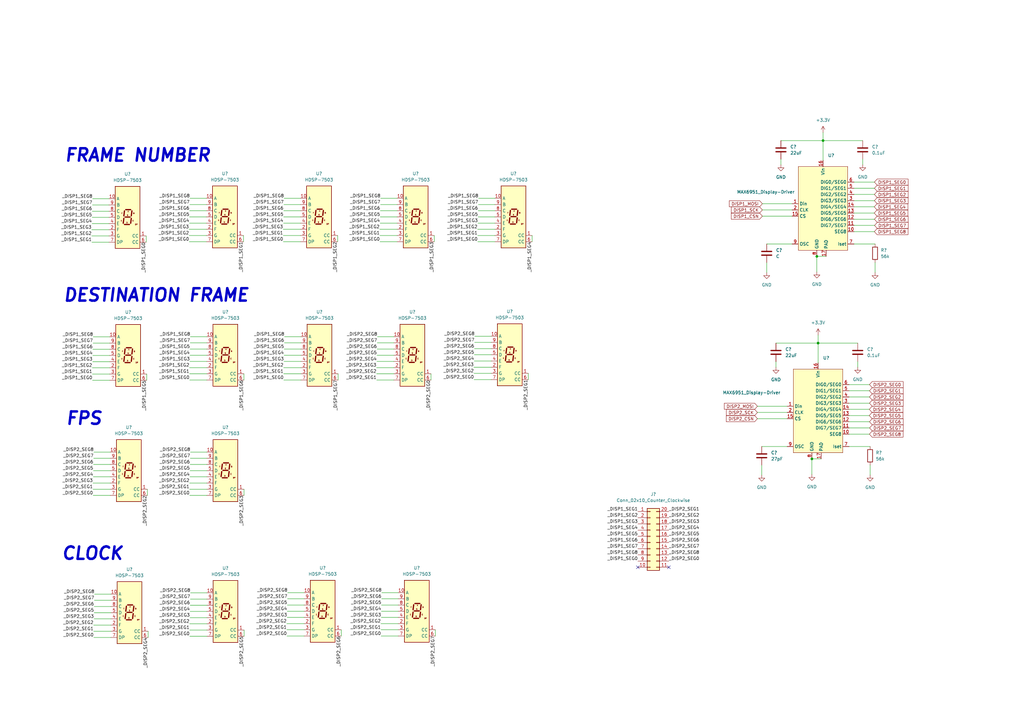
<source format=kicad_sch>
(kicad_sch (version 20211123) (generator eeschema)
  (paper "A3")
  (lib_symbols
    (symbol "Connector_Generic:Conn_02x10_Counter_Clockwise" (pin_names (offset 1.016) hide)
      (property "Reference" "J" (at 1.27 12.7 0))
      (property "Value" "Conn_02x10_Counter_Clockwise" (at 1.27 -15.24 0))
      (symbol "Conn_02x10_Counter_Clockwise_1_1"
        (rectangle (start -1.27 -12.573) (end 0 -12.827) (stroke (width 0.1524)))
        (rectangle (start -1.27 -10.033) (end 0 -10.287) (stroke (width 0.1524)))
        (rectangle (start -1.27 -7.493) (end 0 -7.747) (stroke (width 0.1524)))
        (rectangle (start -1.27 -4.953) (end 0 -5.207) (stroke (width 0.1524)))
        (rectangle (start -1.27 -2.413) (end 0 -2.667) (stroke (width 0.1524)))
        (rectangle (start -1.27 0.127) (end 0 -0.127) (stroke (width 0.1524)))
        (rectangle (start -1.27 2.667) (end 0 2.413) (stroke (width 0.1524)))
        (rectangle (start -1.27 5.207) (end 0 4.953) (stroke (width 0.1524)))
        (rectangle (start -1.27 7.747) (end 0 7.493) (stroke (width 0.1524)))
        (rectangle (start -1.27 10.287) (end 0 10.033) (stroke (width 0.1524)))
        (rectangle (start -1.27 11.43) (end 3.81 -13.97) (stroke (width 0.254)) (fill (type background)))
        (rectangle (start 3.81 -12.573) (end 2.54 -12.827) (stroke (width 0.1524)))
        (rectangle (start 3.81 -10.033) (end 2.54 -10.287) (stroke (width 0.1524)))
        (rectangle (start 3.81 -7.493) (end 2.54 -7.747) (stroke (width 0.1524)))
        (rectangle (start 3.81 -4.953) (end 2.54 -5.207) (stroke (width 0.1524)))
        (rectangle (start 3.81 -2.413) (end 2.54 -2.667) (stroke (width 0.1524)))
        (rectangle (start 3.81 0.127) (end 2.54 -0.127) (stroke (width 0.1524)))
        (rectangle (start 3.81 2.667) (end 2.54 2.413) (stroke (width 0.1524)))
        (rectangle (start 3.81 5.207) (end 2.54 4.953) (stroke (width 0.1524)))
        (rectangle (start 3.81 7.747) (end 2.54 7.493) (stroke (width 0.1524)))
        (rectangle (start 3.81 10.287) (end 2.54 10.033) (stroke (width 0.1524)))
        (pin passive line (at -5.08 10.16 0) (length 3.81) (name "Pin_1") (number "1"))
        (pin passive line (at -5.08 -12.7 0) (length 3.81) (name "Pin_10") (number "10"))
        (pin passive line (at 7.62 -12.7 180) (length 3.81) (name "Pin_11") (number "11"))
        (pin passive line (at 7.62 -10.16 180) (length 3.81) (name "Pin_12") (number "12"))
        (pin passive line (at 7.62 -7.62 180) (length 3.81) (name "Pin_13") (number "13"))
        (pin passive line (at 7.62 -5.08 180) (length 3.81) (name "Pin_14") (number "14"))
        (pin passive line (at 7.62 -2.54 180) (length 3.81) (name "Pin_15") (number "15"))
        (pin passive line (at 7.62 0 180) (length 3.81) (name "Pin_16") (number "16"))
        (pin passive line (at 7.62 2.54 180) (length 3.81) (name "Pin_17") (number "17"))
        (pin passive line (at 7.62 5.08 180) (length 3.81) (name "Pin_18") (number "18"))
        (pin passive line (at 7.62 7.62 180) (length 3.81) (name "Pin_19") (number "19"))
        (pin passive line (at -5.08 7.62 0) (length 3.81) (name "Pin_2") (number "2"))
        (pin passive line (at 7.62 10.16 180) (length 3.81) (name "Pin_20") (number "20"))
        (pin passive line (at -5.08 5.08 0) (length 3.81) (name "Pin_3") (number "3"))
        (pin passive line (at -5.08 2.54 0) (length 3.81) (name "Pin_4") (number "4"))
        (pin passive line (at -5.08 0 0) (length 3.81) (name "Pin_5") (number "5"))
        (pin passive line (at -5.08 -2.54 0) (length 3.81) (name "Pin_6") (number "6"))
        (pin passive line (at -5.08 -5.08 0) (length 3.81) (name "Pin_7") (number "7"))
        (pin passive line (at -5.08 -7.62 0) (length 3.81) (name "Pin_8") (number "8"))
        (pin passive line (at -5.08 -10.16 0) (length 3.81) (name "Pin_9") (number "9"))
      )
    )
    (symbol "Device:C" (pin_numbers hide) (pin_names (offset 0.254))
      (property "Reference" "C" (at 0.635 2.54 0))
      (property "Value" "C" (at 0.635 -2.54 0))
      (symbol "C_0_1"
        (polyline (pts (xy -2.032 -0.762) (xy 2.032 -0.762)) (stroke (width 0.508)))
        (polyline (pts (xy -2.032 0.762) (xy 2.032 0.762)) (stroke (width 0.508)))
      )
      (symbol "C_1_1"
        (pin passive line (at 0 3.81 270) (length 2.794) (name "~") (number "1"))
        (pin passive line (at 0 -3.81 90) (length 2.794) (name "~") (number "2"))
      )
    )
    (symbol "Device:R" (pin_numbers hide) (pin_names (offset 0))
      (property "Reference" "R" (at 2.032 0 90))
      (property "Value" "R" (at 0 0 90))
      (symbol "R_0_1"
        (rectangle (start -1.016 -2.54) (end 1.016 2.54) (stroke (width 0.254)))
      )
      (symbol "R_1_1"
        (pin passive line (at 0 3.81 270) (length 1.27) (name "~") (number "1"))
        (pin passive line (at 0 -3.81 90) (length 1.27) (name "~") (number "2"))
      )
    )
    (symbol "Display_Character:HDSP-7503"
      (property "Reference" "U" (at -3.81 13.97 0))
      (property "Value" "HDSP-7503" (at 6.35 13.97 0))
      (symbol "HDSP-7503_1_0"
        (text "A" (at 0.254 2.413 0) (effects (font (size 0.508 0.508))))
        (text "B" (at 2.54 1.651 0) (effects (font (size 0.508 0.508))))
        (text "C" (at 2.286 -1.397 0) (effects (font (size 0.508 0.508))))
        (text "D" (at -0.254 -2.159 0) (effects (font (size 0.508 0.508))))
        (text "DP" (at 3.556 -2.921 0) (effects (font (size 0.508 0.508))))
        (text "E" (at -2.54 -1.397 0) (effects (font (size 0.508 0.508))))
        (text "F" (at -2.286 1.651 0) (effects (font (size 0.508 0.508))))
        (text "G" (at 0 0.889 0) (effects (font (size 0.508 0.508))))
      )
      (symbol "HDSP-7503_1_1"
        (rectangle (start -5.08 12.7) (end 5.08 -12.7) (stroke (width 0.254)) (fill (type background)))
        (polyline (pts (xy -1.524 -0.381) (xy -1.778 -2.413)) (stroke (width 0.508)))
        (polyline (pts (xy -1.27 -2.921) (xy 0.762 -2.921)) (stroke (width 0.508)))
        (polyline (pts (xy -1.27 2.667) (xy -1.524 0.635)) (stroke (width 0.508)))
        (polyline (pts (xy -1.016 0.127) (xy 1.016 0.127)) (stroke (width 0.508)))
        (polyline (pts (xy -0.762 3.175) (xy 1.27 3.175)) (stroke (width 0.508)))
        (polyline (pts (xy 1.524 -0.381) (xy 1.27 -2.413)) (stroke (width 0.508)))
        (polyline (pts (xy 1.778 2.667) (xy 1.524 0.635)) (stroke (width 0.508)))
        (polyline (pts (xy 2.54 -2.921) (xy 2.54 -2.921)) (stroke (width 0.508)))
        (pin input line (at 7.62 -7.62 180) (length 2.54) (name "CC") (number "1"))
        (pin input line (at -7.62 7.62 0) (length 2.54) (name "A") (number "10"))
        (pin input line (at -7.62 -5.08 0) (length 2.54) (name "F") (number "2"))
        (pin input line (at -7.62 -7.62 0) (length 2.54) (name "G") (number "3"))
        (pin input line (at -7.62 -2.54 0) (length 2.54) (name "E") (number "4"))
        (pin input line (at -7.62 0 0) (length 2.54) (name "D") (number "5"))
        (pin input line (at 7.62 -10.16 180) (length 2.54) (name "CC") (number "6"))
        (pin input line (at -7.62 -10.16 0) (length 2.54) (name "DP") (number "7"))
        (pin input line (at -7.62 2.54 0) (length 2.54) (name "C") (number "8"))
        (pin input line (at -7.62 5.08 0) (length 2.54) (name "B") (number "9"))
      )
    )
    (symbol "power:+3.3V" (power) (pin_names (offset 0))
      (property "Value" "+3.3V" (at 0 3.556 0))
      (symbol "+3.3V_0_1"
        (polyline (pts (xy -0.762 1.27) (xy 0 2.54)))
        (polyline (pts (xy 0 0) (xy 0 2.54)))
        (polyline (pts (xy 0 2.54) (xy 0.762 1.27)))
      )
      (symbol "+3.3V_1_1"
        (pin power_in line (at 0 0 90) (length 0) hide (name "+3.3V") (number "1"))
      )
    )
    (symbol "power:GND" (power) (pin_names (offset 0))
      (property "Value" "GND" (at 0 -3.81 0))
      (symbol "GND_0_1"
        (polyline (pts (xy 0 0) (xy 0 -1.27) (xy 1.27 -1.27) (xy 0 -2.54) (xy -1.27 -1.27) (xy 0 -1.27)))
      )
      (symbol "GND_1_1"
        (pin power_in line (at 0 0 270) (length 0) hide (name "GND") (number "1"))
      )
    )
    (symbol "privateParts:MAX6951_Display-Driver"
      (property "Reference" "U" (at 8.89 17.78 0))
      (property "Value" "MAX6951_Display-Driver" (at -24.13 12.7 0))
      (property "Digi-Key-PN" "MAX6950CEE+-ND" (at 0 0 0))
      (property "Manufacturer_PN" "MAX6950CEE+" (at 0 0 0))
      (symbol "MAX6951_Display-Driver_0_0"
        (pin input line (at -12.7 1.27 0) (length 2.54) (name "Din") (number "1"))
        (pin output line (at 12.7 -10.16 180) (length 2.54) (name "SEG8") (number "10"))
        (pin output line (at 12.7 -7.62 180) (length 2.54) (name "DIG7/SEG7") (number "11"))
        (pin output line (at 12.7 -5.08 180) (length 2.54) (name "DIG6/SEG6") (number "12"))
        (pin output line (at 12.7 -2.54 180) (length 2.54) (name "DIG5/SEG5") (number "13"))
        (pin output line (at 12.7 0 180) (length 2.54) (name "DIG4/SEG4") (number "14"))
        (pin input line (at -12.7 -3.81 0) (length 2.54) (name "CS") (number "15"))
        (pin power_in line (at 0 19.05 270) (length 2.54) (name "Vin") (number "16"))
        (pin unspecified line (at 1.27 -20.32 90) (length 2.54) (name "PAD") (number "17"))
        (pin input line (at -12.7 -1.27 0) (length 2.54) (name "CLK") (number "2"))
        (pin output line (at 12.7 2.54 180) (length 2.54) (name "DIG3/SEG3") (number "3"))
        (pin output line (at 12.7 5.08 180) (length 2.54) (name "DIG2/SEG2") (number "4"))
        (pin output line (at 12.7 7.62 180) (length 2.54) (name "DIG1/SEG1") (number "5"))
        (pin output line (at 12.7 10.16 180) (length 2.54) (name "DIG0/SEG0") (number "6"))
        (pin output line (at 12.7 -15.24 180) (length 2.54) (name "Iset") (number "7"))
        (pin power_in line (at -2.54 -20.32 90) (length 2.54) (name "GND") (number "8"))
        (pin input line (at -12.7 -15.24 0) (length 2.54) (name "OSC") (number "9"))
      )
      (symbol "MAX6951_Display-Driver_0_1"
        (rectangle (start -10.16 16.51) (end 10.16 -17.78) (fill (type background)))
      )
    )
  )
  (junction (at 337.566 57.658))
  (junction (at 335.534 140.716))
  (junction (at 335.026 105.156))
  (junction (at 332.994 188.214))
  (no_connect (at 274.32 232.664))
  (no_connect (at 261.62 232.664))
  (wire (pts (xy 348.234 167.894) (xy 356.5454 167.894)))
  (wire (pts (xy 138.4739 96.5938) (xy 138.4739 99.1338)))
  (wire (pts (xy 44.704 99.314) (xy 37.673 99.314)))
  (wire (pts (xy 124.714 243.078) (xy 117.9765 243.078)))
  (wire (pts (xy 312.674 88.646) (xy 324.866 88.646)))
  (wire (pts (xy 348.234 172.974) (xy 356.616 172.974)))
  (wire (pts (xy 335.534 140.716) (xy 335.534 148.844)))
  (wire (pts (xy 44.704 84.074) (xy 37.9026 84.074)))
  (wire (pts (xy 350.266 100.076) (xy 358.902 100.076)))
  (wire (pts (xy 44.958 148.336) (xy 38.0035 148.336)))
  (wire (pts (xy 162.8579 88.9738) (xy 155.9417 88.9738)))
  (wire (pts (xy 202.9899 96.5938) (xy 195.9207 96.5938)))
  (wire (pts (xy 123.2339 96.5938) (xy 116.1647 96.5938)))
  (wire (pts (xy 84.8103 150.7859) (xy 77.7028 150.7859)))
  (wire (pts (xy 335.534 140.716) (xy 351.79 140.716)))
  (wire (pts (xy 201.4497 142.9857) (xy 194.5717 142.9857)))
  (wire (pts (xy 318.262 140.716) (xy 335.534 140.716)))
  (wire (pts (xy 348.234 183.134) (xy 356.87 183.134)))
  (wire (pts (xy 44.958 140.716) (xy 38.1566 140.716)))
  (wire (pts (xy 348.234 165.354) (xy 356.616 165.354)))
  (wire (pts (xy 84.6259 81.3538) (xy 77.8884 81.3538)))
  (wire (pts (xy 84.6259 91.5138) (xy 77.6714 91.5138)))
  (wire (pts (xy 84.8617 250.7881) (xy 77.9455 250.7881)))
  (wire (pts (xy 84.8103 153.3259) (xy 77.7411 153.3259)))
  (wire (pts (xy 138.6583 153.3259) (xy 138.6583 155.8659)))
  (wire (pts (xy 178.562 258.318) (xy 178.562 260.858)))
  (wire (pts (xy 201.4497 137.9057) (xy 194.7122 137.9057)))
  (wire (pts (xy 201.4497 148.0657) (xy 194.4952 148.0657)))
  (wire (pts (xy 123.2339 94.0538) (xy 116.1264 94.0538)))
  (wire (pts (xy 332.994 188.214) (xy 336.804 188.214)))
  (wire (pts (xy 45.4962 261.4561) (xy 38.4652 261.4561)))
  (wire (pts (xy 348.234 160.274) (xy 356.616 160.274)))
  (wire (pts (xy 124.714 253.238) (xy 117.7595 253.238)))
  (wire (pts (xy 84.8103 143.1659) (xy 77.9323 143.1659)))
  (wire (pts (xy 44.958 155.956) (xy 37.927 155.956)))
  (wire (pts (xy 163.322 248.158) (xy 156.444 248.158)))
  (wire (pts (xy 123.4183 155.8659) (xy 116.3873 155.8659)))
  (wire (pts (xy 45.4962 253.8361) (xy 38.5417 253.8361)))
  (wire (pts (xy 123.4183 148.2459) (xy 116.4638 148.2459)))
  (wire (pts (xy 350.266 84.836) (xy 358.5774 84.836)))
  (wire (pts (xy 123.2339 99.1338) (xy 116.2029 99.1338)))
  (wire (pts (xy 44.704 86.614) (xy 37.826 86.614)))
  (wire (pts (xy 123.2339 91.5138) (xy 116.2794 91.5138)))
  (wire (pts (xy 124.714 255.778) (xy 117.6065 255.778)))
  (wire (pts (xy 163.322 243.078) (xy 156.5845 243.078)))
  (wire (pts (xy 312.42 190.754) (xy 312.42 194.818)))
  (wire (pts (xy 162.8579 83.8938) (xy 156.0565 83.8938)))
  (wire (pts (xy 348.234 162.814) (xy 356.616 162.814)))
  (wire (pts (xy 44.958 145.796) (xy 38.0418 145.796)))
  (wire (pts (xy 45.4962 256.3761) (xy 38.3887 256.3761)))
  (wire (pts (xy 123.4183 138.0859) (xy 116.6808 138.0859)))
  (wire (pts (xy 163.322 250.698) (xy 156.4058 250.698)))
  (wire (pts (xy 163.322 253.238) (xy 156.3675 253.238)))
  (wire (pts (xy 45.212 193.04) (xy 38.2958 193.04)))
  (wire (pts (xy 45.4962 248.7561) (xy 38.6182 248.7561)))
  (wire (pts (xy 84.8103 155.8659) (xy 77.7793 155.8659)))
  (wire (pts (xy 44.958 150.876) (xy 37.8505 150.876)))
  (wire (pts (xy 100.0503 153.3259) (xy 100.0503 155.8659)))
  (wire (pts (xy 335.534 137.414) (xy 335.534 140.716)))
  (wire (pts (xy 123.4183 143.1659) (xy 116.5403 143.1659)))
  (wire (pts (xy 320.294 65.278) (xy 320.294 67.564)))
  (wire (pts (xy 44.704 96.774) (xy 37.6348 96.774)))
  (wire (pts (xy 45.212 187.96) (xy 38.4106 187.96)))
  (wire (pts (xy 84.8617 248.2481) (xy 77.9837 248.2481)))
  (wire (pts (xy 312.42 183.134) (xy 322.834 183.134)))
  (wire (pts (xy 45.212 200.66) (xy 38.1428 200.66)))
  (wire (pts (xy 45.4962 258.9161) (xy 38.427 258.9161)))
  (wire (pts (xy 310.642 171.704) (xy 322.834 171.704)))
  (wire (pts (xy 201.4497 140.4457) (xy 194.6483 140.4457)))
  (wire (pts (xy 161.5278 145.7059) (xy 154.6116 145.7059)))
  (wire (pts (xy 44.704 94.234) (xy 37.5965 94.234)))
  (wire (pts (xy 350.266 82.296) (xy 358.648 82.296)))
  (wire (pts (xy 350.266 92.456) (xy 358.7048 92.456)))
  (wire (pts (xy 45.212 185.42) (xy 38.4745 185.42)))
  (wire (pts (xy 358.902 107.696) (xy 358.902 111.76)))
  (wire (pts (xy 201.4497 150.6057) (xy 194.3422 150.6057)))
  (wire (pts (xy 201.4497 153.1457) (xy 194.3805 153.1457)))
  (wire (pts (xy 353.822 65.278) (xy 353.822 67.5136)))
  (wire (pts (xy 318.262 148.336) (xy 318.262 150.622)))
  (wire (pts (xy 45.4962 246.2161) (xy 38.6948 246.2161)))
  (wire (pts (xy 162.8579 96.5938) (xy 155.7887 96.5938)))
  (wire (pts (xy 337.566 57.658) (xy 353.822 57.658)))
  (wire (pts (xy 348.234 157.734) (xy 356.6183 157.734)))
  (wire (pts (xy 201.4497 145.5257) (xy 194.5335 145.5257)))
  (wire (pts (xy 44.958 143.256) (xy 38.08 143.256)))
  (wire (pts (xy 84.8617 243.1681) (xy 78.1242 243.1681)))
  (wire (pts (xy 100.1017 258.4081) (xy 100.1017 260.9481)))
  (wire (pts (xy 124.714 245.618) (xy 117.9126 245.618)))
  (wire (pts (xy 162.8579 81.3538) (xy 156.1204 81.3538)))
  (wire (pts (xy 163.322 258.318) (xy 156.2528 258.318)))
  (wire (pts (xy 84.8617 255.8681) (xy 77.7542 255.8681)))
  (wire (pts (xy 100.076 200.66) (xy 100.076 203.2)))
  (wire (pts (xy 350.266 87.376) (xy 358.5774 87.376)))
  (wire (pts (xy 162.8579 94.0538) (xy 155.7504 94.0538)))
  (wire (pts (xy 161.5278 143.1659) (xy 154.6498 143.1659)))
  (wire (pts (xy 176.7678 153.3259) (xy 176.7678 155.8659)))
  (wire (pts (xy 123.2339 88.9738) (xy 116.3177 88.9738)))
  (wire (pts (xy 44.704 81.534) (xy 37.9665 81.534)))
  (wire (pts (xy 84.8103 140.6259) (xy 78.0089 140.6259)))
  (wire (pts (xy 45.212 203.2) (xy 38.181 203.2)))
  (wire (pts (xy 84.8617 258.4081) (xy 77.7925 258.4081)))
  (wire (pts (xy 163.322 245.618) (xy 156.5206 245.618)))
  (wire (pts (xy 84.836 187.96) (xy 78.0346 187.96)))
  (wire (pts (xy 124.714 260.858) (xy 117.683 260.858)))
  (wire (pts (xy 202.9899 88.9738) (xy 196.0737 88.9738)))
  (wire (pts (xy 123.2339 83.8938) (xy 116.4325 83.8938)))
  (wire (pts (xy 124.714 250.698) (xy 117.7978 250.698)))
  (wire (pts (xy 337.566 57.658) (xy 337.566 65.786)))
  (wire (pts (xy 350.266 74.676) (xy 358.6503 74.676)))
  (wire (pts (xy 45.4962 251.2961) (xy 38.58 251.2961)))
  (wire (pts (xy 350.266 89.916) (xy 358.648 89.916)))
  (wire (pts (xy 45.4962 243.6761) (xy 38.7587 243.6761)))
  (wire (pts (xy 161.5278 138.0859) (xy 154.7903 138.0859)))
  (wire (pts (xy 348.234 175.514) (xy 356.6728 175.514)))
  (wire (pts (xy 44.704 89.154) (xy 37.7878 89.154)))
  (wire (pts (xy 350.266 94.996) (xy 358.6249 94.996)))
  (wire (pts (xy 84.8103 138.0859) (xy 78.0728 138.0859)))
  (wire (pts (xy 335.026 105.156) (xy 335.026 111.506)))
  (wire (pts (xy 84.6259 83.8938) (xy 77.8245 83.8938)))
  (wire (pts (xy 332.994 188.214) (xy 332.994 194.564)))
  (wire (pts (xy 202.9899 81.3538) (xy 196.2524 81.3538)))
  (wire (pts (xy 337.566 54.356) (xy 337.566 57.658)))
  (wire (pts (xy 84.8103 145.7059) (xy 77.8941 145.7059)))
  (wire (pts (xy 312.674 86.106) (xy 324.866 86.106)))
  (wire (pts (xy 45.212 198.12) (xy 38.1045 198.12)))
  (wire (pts (xy 202.9899 99.1338) (xy 195.9589 99.1338)))
  (wire (pts (xy 84.836 200.66) (xy 77.7668 200.66)))
  (wire (pts (xy 201.4497 155.6857) (xy 194.4187 155.6857)))
  (wire (pts (xy 84.8617 260.9481) (xy 77.8307 260.9481)))
  (wire (pts (xy 59.944 96.774) (xy 59.944 99.314)))
  (wire (pts (xy 178.0979 96.5938) (xy 178.0979 99.1338)))
  (wire (pts (xy 124.714 258.318) (xy 117.6448 258.318)))
  (wire (pts (xy 60.198 153.416) (xy 60.198 155.956)))
  (wire (pts (xy 350.266 77.216) (xy 358.648 77.216)))
  (wire (pts (xy 44.958 138.176) (xy 38.2205 138.176)))
  (wire (pts (xy 84.836 190.5) (xy 77.958 190.5)))
  (wire (pts (xy 60.452 200.66) (xy 60.452 203.2)))
  (wire (pts (xy 123.4183 145.7059) (xy 116.5021 145.7059)))
  (wire (pts (xy 84.8103 148.2459) (xy 77.8558 148.2459)))
  (wire (pts (xy 84.836 185.42) (xy 78.0985 185.42)))
  (wire (pts (xy 202.9899 94.0538) (xy 195.8824 94.0538)))
  (wire (pts (xy 84.836 198.12) (xy 77.7285 198.12)))
  (wire (pts (xy 218.2299 96.5938) (xy 218.2299 99.1338)))
  (wire (pts (xy 348.234 170.434) (xy 356.5454 170.434)))
  (wire (pts (xy 351.79 148.336) (xy 351.79 150.5716)))
  (wire (pts (xy 84.6259 99.1338) (xy 77.5949 99.1338)))
  (wire (pts (xy 348.234 178.054) (xy 356.5929 178.054)))
  (wire (pts (xy 202.9899 91.5138) (xy 196.0354 91.5138)))
  (wire (pts (xy 123.4183 150.7859) (xy 116.3108 150.7859)))
  (wire (pts (xy 123.4183 140.6259) (xy 116.6169 140.6259)))
  (wire (pts (xy 84.836 195.58) (xy 77.8815 195.58)))
  (wire (pts (xy 60.7362 258.9161) (xy 60.7362 261.4561)))
  (wire (pts (xy 202.9899 86.4338) (xy 196.1119 86.4338)))
  (wire (pts (xy 84.8617 245.7081) (xy 78.0603 245.7081)))
  (wire (pts (xy 45.212 190.5) (xy 38.334 190.5)))
  (wire (pts (xy 124.714 248.158) (xy 117.836 248.158)))
  (wire (pts (xy 161.5278 150.7859) (xy 154.4203 150.7859)))
  (wire (pts (xy 202.9899 83.8938) (xy 196.1885 83.8938)))
  (wire (pts (xy 84.6259 88.9738) (xy 77.7097 88.9738)))
  (wire (pts (xy 84.6259 96.5938) (xy 77.5567 96.5938)))
  (wire (pts (xy 161.5278 140.6259) (xy 154.7264 140.6259)))
  (wire (pts (xy 84.836 203.2) (xy 77.805 203.2)))
  (wire (pts (xy 123.4183 153.3259) (xy 116.3491 153.3259)))
  (wire (pts (xy 162.8579 86.4338) (xy 155.9799 86.4338)))
  (wire (pts (xy 310.642 166.624) (xy 322.834 166.624)))
  (wire (pts (xy 320.294 57.658) (xy 337.566 57.658)))
  (wire (pts (xy 84.836 193.04) (xy 77.9198 193.04)))
  (wire (pts (xy 163.322 255.778) (xy 156.2145 255.778)))
  (wire (pts (xy 314.452 107.696) (xy 314.452 111.76)))
  (wire (pts (xy 161.5278 153.3259) (xy 154.4586 153.3259)))
  (wire (pts (xy 312.674 83.566) (xy 324.866 83.566)))
  (wire (pts (xy 84.6259 86.4338) (xy 77.7479 86.4338)))
  (wire (pts (xy 45.212 195.58) (xy 38.2575 195.58)))
  (wire (pts (xy 356.87 190.754) (xy 356.87 194.818)))
  (wire (pts (xy 163.322 260.858) (xy 156.291 260.858)))
  (wire (pts (xy 162.8579 99.1338) (xy 155.8269 99.1338)))
  (wire (pts (xy 44.958 153.416) (xy 37.8888 153.416)))
  (wire (pts (xy 84.6259 94.0538) (xy 77.5184 94.0538)))
  (wire (pts (xy 335.026 105.156) (xy 338.836 105.156)))
  (wire (pts (xy 314.452 100.076) (xy 324.866 100.076)))
  (wire (pts (xy 350.266 79.756) (xy 358.648 79.756)))
  (wire (pts (xy 161.5278 155.8659) (xy 154.4968 155.8659)))
  (wire (pts (xy 99.8659 96.5938) (xy 99.8659 99.1338)))
  (wire (pts (xy 216.6897 153.1457) (xy 216.6897 155.6857)))
  (wire (pts (xy 310.642 169.164) (xy 322.834 169.164)))
  (wire (pts (xy 161.5278 148.2459) (xy 154.5733 148.2459)))
  (wire (pts (xy 123.2339 81.3538) (xy 116.4964 81.3538)))
  (wire (pts (xy 162.8579 91.5138) (xy 155.9034 91.5138)))
  (wire (pts (xy 139.954 258.318) (xy 139.954 260.858)))
  (wire (pts (xy 123.2339 86.4338) (xy 116.3559 86.4338)))
  (wire (pts (xy 84.8617 253.3281) (xy 77.9072 253.3281)))
  (wire (pts (xy 44.704 91.694) (xy 37.7495 91.694)))
  (text "FRAME NUMBER\n" (at 26.162 66.802 0) (effects (font (size 5.08 5.08) (thickness 1.016) bold italic) (justify left bottom)))
  (text "FPS" (at 26.67 174.752 0) (effects (font (size 5.08 5.08) (thickness 1.016) bold italic) (justify left bottom)))
  (text "DESTINATION FRAME\n" (at 25.654 124.206 0) (effects (font (size 5.08 5.08) (thickness 1.016) bold italic) (justify left bottom)))
  (text "CLOCK" (at 24.892 230.124 0) (effects (font (size 5.08 5.08) (thickness 1.016) bold italic) (justify left bottom)))
  (label "_DISP2_SEG4" (at 156.4058 250.698 180))
  (label "_DISP1_SEG3" (at 38.0035 148.336 180))
  (label "_DISP1_SEG6" (at 38.08 143.256 180))
  (label "_DISP2_SEG7" (at 78.0346 187.96 180))
  (label "_DISP2_SEG5" (at 274.32 219.964 0))
  (label "_DISP1_SEG2" (at 116.3108 150.7859 180))
  (label "_DISP1_SEG2" (at 155.7504 94.0538 180))
  (label "_DISP1_SEG5" (at 116.5403 143.1659 180))
  (label "_DISP1_SEG5" (at 77.7097 88.9738 180))
  (label "_DISP1_SEG8" (at 38.2205 138.176 180))
  (label "_DISP1_SEG0" (at 77.5949 99.1338 180))
  (label "_DISP2_SEG5" (at 77.9198 193.04 180))
  (label "_DISP1_SEG0" (at 116.2029 99.1338 180))
  (label "_DISP2_SEG3" (at 194.3422 150.6057 180))
  (label "_DISP2_SEG6" (at 38.6182 248.7561 180))
  (label "_DISP2_SEG6" (at 274.32 222.504 0))
  (label "_DISP1_SEG2" (at 195.8824 94.0538 180))
  (label "_DISP2_SEG4" (at 274.32 217.424 0))
  (label "_DISP1_SEG0" (at 59.944 99.314 270))
  (label "_DISP1_SEG1" (at 261.62 209.804 180))
  (label "_DISP2_SEG6" (at 154.6498 143.1659 180))
  (label "_DISP1_SEG6" (at 100.0503 155.8659 270))
  (label "_DISP1_SEG5" (at 261.62 219.964 180))
  (label "_DISP1_SEG0" (at 37.927 155.956 180))
  (label "_DISP2_SEG2" (at 38.3887 256.3761 180))
  (label "_DISP2_SEG4" (at 154.5733 148.2459 180))
  (label "_DISP1_SEG3" (at 196.0354 91.5138 180))
  (label "_DISP1_SEG4" (at 77.6714 91.5138 180))
  (label "_DISP1_SEG0" (at 116.3873 155.8659 180))
  (label "_DISP1_SEG3" (at 116.4638 148.2459 180))
  (label "_DISP1_SEG4" (at 38.0418 145.796 180))
  (label "_DISP1_SEG1" (at 37.673 99.314 180))
  (label "_DISP1_SEG5" (at 155.9417 88.9738 180))
  (label "_DISP2_SEG0" (at 38.181 203.2 180))
  (label "_DISP2_SEG7" (at 154.7264 140.6259 180))
  (label "_DISP2_SEG5" (at 100.1017 260.9481 270))
  (label "_DISP1_SEG2" (at 37.6348 96.774 180))
  (label "_DISP2_SEG6" (at 77.9837 248.2481 180))
  (label "_DISP2_SEG4" (at 60.7362 261.4561 270))
  (label "_DISP2_SEG7" (at 78.0603 245.7081 180))
  (label "_DISP2_SEG5" (at 156.444 248.158 180))
  (label "_DISP1_SEG6" (at 116.3559 86.4338 180))
  (label "_DISP1_SEG7" (at 196.1885 83.8938 180))
  (label "_DISP2_SEG1" (at 38.1428 200.66 180))
  (label "_DISP2_SEG1" (at 154.4968 155.8659 180))
  (label "_DISP2_SEG3" (at 117.8009 253.238 180))
  (label "_DISP2_SEG1" (at 38.427 258.9161 180))
  (label "_DISP1_SEG4" (at 261.62 217.424 180))
  (label "_DISP2_SEG7" (at 194.6483 140.4457 180))
  (label "_DISP1_SEG8" (at 77.8884 81.3538 180))
  (label "_DISP2_SEG6" (at 38.334 190.5 180))
  (label "_DISP2_SEG7" (at 38.4106 187.96 180))
  (label "_DISP2_SEG1" (at 216.6897 155.6857 270))
  (label "_DISP1_SEG5" (at 77.9323 143.1659 180))
  (label "_DISP2_SEG5" (at 194.5335 145.5257 180))
  (label "_DISP2_SEG8" (at 38.4745 185.42 180))
  (label "_DISP2_SEG3" (at 38.1045 198.12 180))
  (label "_DISP2_SEG8" (at 154.7903 138.0859 180))
  (label "_DISP1_SEG2" (at 138.4739 99.1338 270))
  (label "_DISP1_SEG5" (at 37.7878 89.154 180))
  (label "_DISP1_SEG8" (at 116.6808 138.0859 180))
  (label "_DISP1_SEG5" (at 60.198 155.956 270))
  (label "_DISP2_SEG4" (at 77.9455 250.7881 180))
  (label "_DISP1_SEG0" (at 261.62 230.124 180))
  (label "_DISP2_SEG0" (at 194.4187 155.6857 180))
  (label "_DISP1_SEG6" (at 196.1119 86.4338 180))
  (label "_DISP1_SEG6" (at 261.62 222.504 180))
  (label "_DISP1_SEG7" (at 156.0565 83.8938 180))
  (label "_DISP1_SEG3" (at 77.8972 148.2459 180))
  (label "_DISP1_SEG6" (at 77.7479 86.4338 180))
  (label "_DISP2_SEG7" (at 178.562 260.858 270))
  (label "_DISP1_SEG8" (at 261.62 227.584 180))
  (label "_DISP2_SEG6" (at 194.5717 142.9857 180))
  (label "_DISP1_SEG2" (at 261.62 212.344 180))
  (label "_DISP2_SEG8" (at 156.5845 243.078 180))
  (label "_DISP1_SEG5" (at 116.3177 88.9738 180))
  (label "_DISP1_SEG1" (at 37.8888 153.416 180))
  (label "_DISP1_SEG0" (at 195.9589 99.1338 180))
  (label "_DISP1_SEG2" (at 77.5567 96.5938 180))
  (label "_DISP1_SEG0" (at 155.8269 99.1338 180))
  (label "_DISP1_SEG1" (at 116.3491 153.3259 180))
  (label "_DISP2_SEG6" (at 156.5206 245.618 180))
  (label "_DISP2_SEG0" (at 176.7678 155.8659 270))
  (label "_DISP2_SEG2" (at 77.7285 198.12 180))
  (label "_DISP1_SEG7" (at 37.9026 84.074 180))
  (label "_DISP2_SEG8" (at 194.7122 137.9057 180))
  (label "_DISP2_SEG2" (at 60.452 203.2 270))
  (label "_DISP2_SEG3" (at 38.5417 253.8361 180))
  (label "_DISP1_SEG3" (at 77.5184 94.0538 180))
  (label "_DISP1_SEG8" (at 116.4964 81.3538 180))
  (label "_DISP2_SEG4" (at 77.8815 195.58 180))
  (label "_DISP1_SEG3" (at 178.0979 99.1338 270))
  (label "_DISP1_SEG4" (at 155.9034 91.5138 180))
  (label "_DISP2_SEG4" (at 194.4952 148.0657 180))
  (label "_DISP2_SEG8" (at 78.1242 243.1681 180))
  (label "_DISP1_SEG1" (at 77.7411 153.3259 180))
  (label "_DISP1_SEG1" (at 116.1647 96.5938 180))
  (label "_DISP1_SEG7" (at 138.6583 155.8659 270))
  (label "_DISP1_SEG3" (at 116.1264 94.0538 180))
  (label "_DISP2_SEG4" (at 117.7978 250.698 180))
  (label "_DISP2_SEG3" (at 100.076 203.2 270))
  (label "_DISP1_SEG8" (at 78.0728 138.0859 180))
  (label "_DISP2_SEG3" (at 274.32 214.884 0))
  (label "_DISP2_SEG8" (at 274.32 227.584 0))
  (label "_DISP1_SEG6" (at 155.9799 86.4338 180))
  (label "_DISP2_SEG0" (at 117.683 260.858 180))
  (label "_DISP2_SEG7" (at 117.9126 245.618 180))
  (label "_DISP2_SEG7" (at 274.32 225.044 0))
  (label "_DISP1_SEG8" (at 196.2524 81.3538 180))
  (label "_DISP2_SEG8" (at 38.7587 243.6761 180))
  (label "_DISP2_SEG0" (at 77.8307 260.9481 180))
  (label "_DISP2_SEG1" (at 77.7925 258.4081 180))
  (label "_DISP1_SEG6" (at 37.826 86.614 180))
  (label "_DISP2_SEG2" (at 274.32 212.344 0))
  (label "_DISP2_SEG5" (at 38.2958 193.04 180))
  (label "_DISP2_SEG3" (at 156.3675 253.238 180))
  (label "_DISP1_SEG2" (at 37.8505 150.876 180))
  (label "_DISP2_SEG2" (at 154.4586 153.3259 180))
  (label "_DISP2_SEG2" (at 194.3805 153.1457 180))
  (label "_DISP1_SEG1" (at 195.9207 96.5938 180))
  (label "_DISP2_SEG1" (at 274.32 209.804 0))
  (label "_DISP2_SEG5" (at 117.836 248.158 180))
  (label "_DISP2_SEG8" (at 78.0985 185.42 180))
  (label "_DISP1_SEG1" (at 155.7887 96.5938 180))
  (label "_DISP2_SEG3" (at 77.9072 253.3281 180))
  (label "_DISP2_SEG0" (at 77.805 203.2 180))
  (label "_DISP2_SEG4" (at 38.2575 195.58 180))
  (label "_DISP1_SEG3" (at 37.5965 94.234 180))
  (label "_DISP2_SEG1" (at 156.2528 258.318 180))
  (label "_DISP1_SEG4" (at 37.7495 91.694 180))
  (label "_DISP2_SEG2" (at 156.2145 255.778 180))
  (label "_DISP1_SEG2" (at 77.7028 150.7859 180))
  (label "_DISP2_SEG7" (at 38.6948 246.2161 180))
  (label "_DISP1_SEG4" (at 116.2794 91.5138 180))
  (label "_DISP1_SEG4" (at 116.5021 145.7059 180))
  (label "_DISP2_SEG0" (at 38.4652 261.4561 180))
  (label "_DISP1_SEG7" (at 78.0089 140.6259 180))
  (label "_DISP2_SEG0" (at 274.32 230.124 0))
  (label "_DISP2_SEG2" (at 77.7542 255.8681 180))
  (label "_DISP2_SEG0" (at 156.291 260.858 180))
  (label "_DISP1_SEG7" (at 38.1566 140.716 180))
  (label "_DISP2_SEG6" (at 77.958 190.5 180))
  (label "_DISP1_SEG0" (at 77.7793 155.8659 180))
  (label "_DISP2_SEG2" (at 117.6065 255.778 180))
  (label "_DISP1_SEG8" (at 37.9665 81.534 180))
  (label "_DISP1_SEG1" (at 99.8659 99.1338 270))
  (label "_DISP2_SEG5" (at 154.6116 145.7059 180))
  (label "_DISP2_SEG1" (at 77.7668 200.66 180))
  (label "_DISP1_SEG7" (at 116.4325 83.8938 180))
  (label "_DISP1_SEG5" (at 196.0737 88.9738 180))
  (label "_DISP1_SEG3" (at 261.62 214.884 180))
  (label "_DISP2_SEG1" (at 117.6448 258.318 180))
  (label "_DISP1_SEG4" (at 218.2299 99.1338 270))
  (label "_DISP1_SEG4" (at 77.8941 145.7059 180))
  (label "_DISP1_SEG6" (at 116.6169 140.6259 180))
  (label "_DISP1_SEG8" (at 156.1204 81.3538 180))
  (label "_DISP2_SEG6" (at 139.954 260.858 270))
  (label "_DISP2_SEG5" (at 38.58 251.2961 180))
  (label "_DISP2_SEG8" (at 117.9765 243.078 180))
  (label "_DISP1_SEG7" (at 77.8245 83.8938 180))
  (label "_DISP2_SEG3" (at 154.4203 150.7859 180))
  (label "_DISP1_SEG7" (at 261.62 225.044 180))
  (global_label "DISP2_SEG2" (shape input) (at 356.616 162.814 0) (property "Intersheet References" "${INTERSHEET_REFS}" (effects hide)))
  (global_label "DISP2_SCK" (shape input) (at 310.642 169.164 180) (property "Intersheet References" "${INTERSHEET_REFS}" (effects hide)))
  (global_label "DISP1_SEG3" (shape input) (at 358.648 82.296 0) (property "Intersheet References" "${INTERSHEET_REFS}" (effects hide)))
  (global_label "DISP2_SEG0" (shape input) (at 356.6183 157.734 0) (property "Intersheet References" "${INTERSHEET_REFS}" (effects hide)))
  (global_label "DISP2_MOSI" (shape input) (at 310.642 166.624 180) (property "Intersheet References" "${INTERSHEET_REFS}" (effects hide)))
  (global_label "DISP1_SEG2" (shape input) (at 358.648 79.756 0) (property "Intersheet References" "${INTERSHEET_REFS}" (effects hide)))
  (global_label "DISP1_CSN" (shape input) (at 312.674 88.646 180) (property "Intersheet References" "${INTERSHEET_REFS}" (effects hide)))
  (global_label "DISP2_SEG1" (shape input) (at 356.616 160.274 0) (property "Intersheet References" "${INTERSHEET_REFS}" (effects hide)))
  (global_label "DISP1_SEG1" (shape input) (at 358.648 77.216 0) (property "Intersheet References" "${INTERSHEET_REFS}" (effects hide)))
  (global_label "DISP2_SEG4" (shape input) (at 356.5454 167.894 0) (property "Intersheet References" "${INTERSHEET_REFS}" (effects hide)))
  (global_label "DISP1_SEG6" (shape input) (at 358.648 89.916 0) (property "Intersheet References" "${INTERSHEET_REFS}" (effects hide)))
  (global_label "DISP1_SEG4" (shape input) (at 358.5774 84.836 0) (property "Intersheet References" "${INTERSHEET_REFS}" (effects hide)))
  (global_label "DISP1_SEG8" (shape input) (at 358.6249 94.996 0) (property "Intersheet References" "${INTERSHEET_REFS}" (effects hide)))
  (global_label "DISP1_SEG0" (shape input) (at 358.6503 74.676 0) (property "Intersheet References" "${INTERSHEET_REFS}" (effects hide)))
  (global_label "DISP2_CSN" (shape input) (at 310.642 171.704 180) (property "Intersheet References" "${INTERSHEET_REFS}" (effects hide)))
  (global_label "DISP1_SCK" (shape input) (at 312.674 86.106 180) (property "Intersheet References" "${INTERSHEET_REFS}" (effects hide)))
  (global_label "DISP2_SEG3" (shape input) (at 356.616 165.354 0) (property "Intersheet References" "${INTERSHEET_REFS}" (effects hide)))
  (global_label "DISP2_SEG8" (shape input) (at 356.5929 178.054 0) (property "Intersheet References" "${INTERSHEET_REFS}" (effects hide)))
  (global_label "DISP2_SEG7" (shape input) (at 356.6728 175.514 0) (property "Intersheet References" "${INTERSHEET_REFS}" (effects hide)))
  (global_label "DISP2_SEG5" (shape input) (at 356.5454 170.434 0) (property "Intersheet References" "${INTERSHEET_REFS}" (effects hide)))
  (global_label "DISP1_SEG7" (shape input) (at 358.7048 92.456 0) (property "Intersheet References" "${INTERSHEET_REFS}" (effects hide)))
  (global_label "DISP2_SEG6" (shape input) (at 356.616 172.974 0) (property "Intersheet References" "${INTERSHEET_REFS}" (effects hide)))
  (global_label "DISP1_MOSI" (shape input) (at 312.674 83.566 180) (property "Intersheet References" "${INTERSHEET_REFS}" (effects hide)))
  (global_label "DISP1_SEG5" (shape input) (at 358.5774 87.376 0) (property "Intersheet References" "${INTERSHEET_REFS}" (effects hide)))
  (symbol (lib_id "Device:R") (at 356.87 186.944 0) (unit 1)
    (property "Reference" "R?" (at 359.156 185.6739 0) (effects (justify left)))
    (property "Value" "56k" (at 359.156 188.2139 0) (effects (justify left)))
    (property "Footprint" "Resistor_SMD:R_1206_3216Metric_Pad1.30x1.75mm_HandSolder" (effects hide))
  )
  (symbol (lib_id "Display_Character:HDSP-7503") (at 131.0383 145.7059 0) (unit 1)
    (property "Reference" "U?" (at 131.0383 127.9259 0))
    (property "Value" "HDSP-7503" (at 131.0383 130.4659 0))
    (property "Footprint" "Display_7Segment:HDSP-A151" (effects hide))
    (property "Datasheet" "https://docs.broadcom.com/docs/AV02-2553EN" (effects hide))
  )
  (symbol (lib_id "Display_Character:HDSP-7503") (at 130.8539 88.9738 0) (unit 1)
    (property "Reference" "U?" (at 130.8539 71.1938 0))
    (property "Value" "HDSP-7503" (at 130.8539 73.7338 0))
    (property "Footprint" "Display_7Segment:HDSP-A151" (effects hide))
    (property "Datasheet" "https://docs.broadcom.com/docs/AV02-2553EN" (effects hide))
  )
  (symbol (lib_id "Display_Character:HDSP-7503") (at 53.1162 251.2961 0) (unit 1)
    (property "Reference" "U?" (at 53.1162 233.5161 0))
    (property "Value" "HDSP-7503" (at 53.1162 236.0561 0))
    (property "Footprint" "Display_7Segment:HDSP-A151" (effects hide))
    (property "Datasheet" "https://docs.broadcom.com/docs/AV02-2553EN" (effects hide))
  )
  (symbol (lib_id "power:+3.3V") (at 335.534 137.414 0) (unit 1)
    (property "Reference" "#PWR?" (effects hide))
    (property "Value" "+3.3V" (at 335.534 132.334 0))
  )
  (symbol (lib_id "Device:R") (at 358.902 103.886 0) (unit 1)
    (property "Reference" "R?" (at 361.188 102.6159 0) (effects (justify left)))
    (property "Value" "56k" (at 361.188 105.1559 0) (effects (justify left)))
    (property "Footprint" "Resistor_SMD:R_1206_3216Metric_Pad1.30x1.75mm_HandSolder" (effects hide))
  )
  (symbol (lib_id "privateParts:MAX6951_Display-Driver") (at 335.534 167.894 0) (unit 1)
    (property "Reference" "U?" (at 337.5534 146.812 0) (effects (justify left)))
    (property "Value" "MAX6951_Display-Driver" (at 296.418 161.036 0) (effects (justify left)))
    (property "Footprint" "PrivateParts:QSOP-16_with_PAD" (effects hide))
    (property "Digi-Key-PN" "MAX6950CEE+-ND" (effects hide))
    (property "Manufacturer_PN" "MAX6950CEE+" (effects hide))
  )
  (symbol (lib_id "Device:C") (at 318.262 144.526 0) (unit 1)
    (property "Reference" "C?" (at 322.072 143.2559 0) (effects (justify left)))
    (property "Value" "22uF" (at 322.072 145.7959 0) (effects (justify left)))
    (property "Footprint" "Capacitor_SMD:C_1206_3216Metric_Pad1.33x1.80mm_HandSolder" (effects hide))
  )
  (symbol (lib_id "Display_Character:HDSP-7503") (at 169.1478 145.7059 0) (unit 1)
    (property "Reference" "U?" (at 169.1478 127.9259 0))
    (property "Value" "HDSP-7503" (at 169.1478 130.4659 0))
    (property "Footprint" "Display_7Segment:HDSP-A151" (effects hide))
    (property "Datasheet" "https://docs.broadcom.com/docs/AV02-2553EN" (effects hide))
  )
  (symbol (lib_id "power:GND") (at 314.452 111.76 0) (unit 1)
    (property "Reference" "#PWR?" (effects hide))
    (property "Value" "GND" (at 314.452 116.84 0))
  )
  (symbol (lib_id "Display_Character:HDSP-7503") (at 132.334 250.698 0) (unit 1)
    (property "Reference" "U?" (at 132.334 232.918 0))
    (property "Value" "HDSP-7503" (at 132.334 235.458 0))
    (property "Footprint" "Display_7Segment:HDSP-A151" (effects hide))
    (property "Datasheet" "https://docs.broadcom.com/docs/AV02-2553EN" (effects hide))
  )
  (symbol (lib_id "power:GND") (at 356.87 194.818 0) (unit 1)
    (property "Reference" "#PWR?" (effects hide))
    (property "Value" "GND" (at 356.87 199.898 0))
  )
  (symbol (lib_id "Display_Character:HDSP-7503") (at 92.456 193.04 0) (unit 1)
    (property "Reference" "U?" (at 92.456 175.26 0))
    (property "Value" "HDSP-7503" (at 92.456 177.8 0))
    (property "Footprint" "Display_7Segment:HDSP-A151" (effects hide))
    (property "Datasheet" "https://docs.broadcom.com/docs/AV02-2553EN" (effects hide))
  )
  (symbol (lib_id "Display_Character:HDSP-7503") (at 52.578 145.796 0) (unit 1)
    (property "Reference" "U?" (at 52.578 128.016 0))
    (property "Value" "HDSP-7503" (at 52.578 130.556 0))
    (property "Footprint" "Display_7Segment:HDSP-A151" (effects hide))
    (property "Datasheet" "https://docs.broadcom.com/docs/AV02-2553EN" (effects hide))
  )
  (symbol (lib_id "power:GND") (at 312.42 194.818 0) (unit 1)
    (property "Reference" "#PWR?" (effects hide))
    (property "Value" "GND" (at 312.42 199.898 0))
  )
  (symbol (lib_id "Display_Character:HDSP-7503") (at 209.0697 145.5257 0) (unit 1)
    (property "Reference" "U?" (at 209.0697 127.7457 0))
    (property "Value" "HDSP-7503" (at 209.0697 130.2857 0))
    (property "Footprint" "Display_7Segment:HDSP-A151" (effects hide))
    (property "Datasheet" "https://docs.broadcom.com/docs/AV02-2553EN" (effects hide))
  )
  (symbol (lib_id "power:GND") (at 335.026 111.506 0) (unit 1)
    (property "Reference" "#PWR?" (effects hide))
    (property "Value" "GND" (at 335.026 116.586 0))
  )
  (symbol (lib_id "power:+3.3V") (at 337.566 54.356 0) (unit 1)
    (property "Reference" "#PWR?" (effects hide))
    (property "Value" "+3.3V" (at 337.566 49.276 0))
  )
  (symbol (lib_id "Display_Character:HDSP-7503") (at 210.6099 88.9738 0) (unit 1)
    (property "Reference" "U?" (at 210.6099 71.1938 0))
    (property "Value" "HDSP-7503" (at 210.6099 73.7338 0))
    (property "Footprint" "Display_7Segment:HDSP-A151" (effects hide))
    (property "Datasheet" "https://docs.broadcom.com/docs/AV02-2553EN" (effects hide))
  )
  (symbol (lib_id "Display_Character:HDSP-7503") (at 170.4779 88.9738 0) (unit 1)
    (property "Reference" "U?" (at 170.4779 71.1938 0))
    (property "Value" "HDSP-7503" (at 170.4779 73.7338 0))
    (property "Footprint" "Display_7Segment:HDSP-A151" (effects hide))
    (property "Datasheet" "https://docs.broadcom.com/docs/AV02-2553EN" (effects hide))
  )
  (symbol (lib_id "power:GND") (at 320.294 67.564 0) (unit 1)
    (property "Reference" "#PWR?" (effects hide))
    (property "Value" "GND" (at 320.294 72.644 0))
  )
  (symbol (lib_id "Display_Character:HDSP-7503") (at 92.4817 250.7881 0) (unit 1)
    (property "Reference" "U?" (at 92.4817 233.0081 0))
    (property "Value" "HDSP-7503" (at 92.4817 235.5481 0))
    (property "Footprint" "Display_7Segment:HDSP-A151" (effects hide))
    (property "Datasheet" "https://docs.broadcom.com/docs/AV02-2553EN" (effects hide))
  )
  (symbol (lib_id "Device:C") (at 320.294 61.468 0) (unit 1)
    (property "Reference" "C?" (at 324.104 60.1979 0) (effects (justify left)))
    (property "Value" "22uF" (at 324.104 62.7379 0) (effects (justify left)))
    (property "Footprint" "Capacitor_SMD:C_1206_3216Metric_Pad1.33x1.80mm_HandSolder" (effects hide))
  )
  (symbol (lib_id "power:GND") (at 351.79 150.5716 0) (unit 1)
    (property "Reference" "#PWR?" (effects hide))
    (property "Value" "GND" (at 351.79 155.6516 0))
  )
  (symbol (lib_id "Device:C") (at 353.822 61.468 0) (unit 1)
    (property "Reference" "C?" (at 357.632 60.1979 0) (effects (justify left)))
    (property "Value" "0.1uF" (at 357.632 62.7379 0) (effects (justify left)))
    (property "Footprint" "Capacitor_SMD:C_1206_3216Metric_Pad1.33x1.80mm_HandSolder" (effects hide))
  )
  (symbol (lib_id "Device:C") (at 312.42 186.944 0) (unit 1)
    (property "Reference" "C?" (at 316.23 185.6739 0) (effects (justify left)))
    (property "Value" "27pF" (at 316.23 188.2139 0) (effects (justify left)))
    (property "Footprint" "Capacitor_SMD:C_1206_3216Metric_Pad1.33x1.80mm_HandSolder" (effects hide))
  )
  (symbol (lib_id "Display_Character:HDSP-7503") (at 92.4303 145.7059 0) (unit 1)
    (property "Reference" "U?" (at 92.4303 127.9259 0))
    (property "Value" "HDSP-7503" (at 92.4303 130.4659 0))
    (property "Footprint" "Display_7Segment:HDSP-A151" (effects hide))
    (property "Datasheet" "https://docs.broadcom.com/docs/AV02-2553EN" (effects hide))
  )
  (symbol (lib_id "Device:C") (at 314.452 103.886 0) (unit 1)
    (property "Reference" "C?" (at 318.262 102.6159 0) (effects (justify left)))
    (property "Value" "C" (at 318.262 105.1559 0) (effects (justify left)))
  )
  (symbol (lib_id "Display_Character:HDSP-7503") (at 52.832 193.04 0) (unit 1)
    (property "Reference" "U?" (at 52.832 175.26 0))
    (property "Value" "HDSP-7503" (at 52.832 177.8 0))
    (property "Footprint" "Display_7Segment:HDSP-A151" (effects hide))
    (property "Datasheet" "https://docs.broadcom.com/docs/AV02-2553EN" (effects hide))
  )
  (symbol (lib_id "Display_Character:HDSP-7503") (at 92.2459 88.9738 0) (unit 1)
    (property "Reference" "U?" (at 92.2459 71.1938 0))
    (property "Value" "HDSP-7503" (at 92.2459 73.7338 0))
    (property "Footprint" "Display_7Segment:HDSP-A151" (effects hide))
    (property "Datasheet" "https://docs.broadcom.com/docs/AV02-2553EN" (effects hide))
  )
  (symbol (lib_id "power:GND") (at 353.822 67.5136 0) (unit 1)
    (property "Reference" "#PWR?" (effects hide))
    (property "Value" "GND" (at 353.822 72.5936 0))
  )
  (symbol (lib_id "power:GND") (at 332.994 194.564 0) (unit 1)
    (property "Reference" "#PWR?" (effects hide))
    (property "Value" "GND" (at 332.994 199.644 0))
  )
  (symbol (lib_id "power:GND") (at 318.262 150.622 0) (unit 1)
    (property "Reference" "#PWR?" (effects hide))
    (property "Value" "GND" (at 318.262 155.702 0))
  )
  (symbol (lib_id "Display_Character:HDSP-7503") (at 170.942 250.698 0) (unit 1)
    (property "Reference" "U?" (at 170.942 232.918 0))
    (property "Value" "HDSP-7503" (at 170.942 235.458 0))
    (property "Footprint" "Display_7Segment:HDSP-A151" (effects hide))
    (property "Datasheet" "https://docs.broadcom.com/docs/AV02-2553EN" (effects hide))
  )
  (symbol (lib_id "Connector_Generic:Conn_02x10_Counter_Clockwise") (at 266.7 219.964 0) (unit 1)
    (property "Reference" "J?" (at 267.97 202.692 0))
    (property "Value" "Conn_02x10_Counter_Clockwise" (at 267.97 205.232 0))
  )
  (symbol (lib_id "power:GND") (at 358.902 111.76 0) (unit 1)
    (property "Reference" "#PWR?" (effects hide))
    (property "Value" "GND" (at 358.902 116.84 0))
  )
  (symbol (lib_id "privateParts:MAX6951_Display-Driver") (at 337.566 84.836 0) (unit 1)
    (property "Reference" "U?" (at 339.5854 63.754 0) (effects (justify left)))
    (property "Value" "MAX6951_Display-Driver" (at 302.26 78.74 0) (effects (justify left)))
    (property "Footprint" "PrivateParts:QSOP-16_with_PAD" (effects hide))
    (property "Digi-Key-PN" "MAX6950CEE+-ND" (effects hide))
    (property "Manufacturer_PN" "MAX6950CEE+" (effects hide))
  )
  (symbol (lib_id "Display_Character:HDSP-7503") (at 52.324 89.154 0) (unit 1)
    (property "Reference" "U?" (at 52.324 71.374 0))
    (property "Value" "HDSP-7503" (at 52.324 73.914 0))
    (property "Footprint" "Display_7Segment:HDSP-A151" (effects hide))
    (property "Datasheet" "https://docs.broadcom.com/docs/AV02-2553EN" (effects hide))
  )
  (symbol (lib_id "Device:C") (at 351.79 144.526 0) (unit 1)
    (property "Reference" "C?" (at 355.6 143.2559 0) (effects (justify left)))
    (property "Value" "0.1uF" (at 355.6 145.7959 0) (effects (justify left)))
    (property "Footprint" "Capacitor_SMD:C_1206_3216Metric_Pad1.33x1.80mm_HandSolder" (effects hide))
  )
)
</source>
